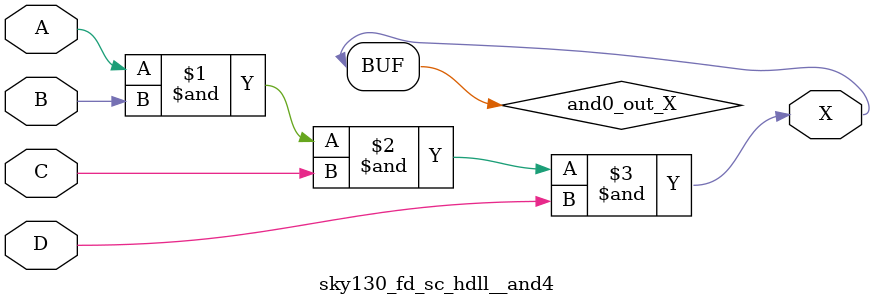
<source format=v>
/*
 * Copyright 2020 The SkyWater PDK Authors
 *
 * Licensed under the Apache License, Version 2.0 (the "License");
 * you may not use this file except in compliance with the License.
 * You may obtain a copy of the License at
 *
 *     https://www.apache.org/licenses/LICENSE-2.0
 *
 * Unless required by applicable law or agreed to in writing, software
 * distributed under the License is distributed on an "AS IS" BASIS,
 * WITHOUT WARRANTIES OR CONDITIONS OF ANY KIND, either express or implied.
 * See the License for the specific language governing permissions and
 * limitations under the License.
 *
 * SPDX-License-Identifier: Apache-2.0
*/


`ifndef SKY130_FD_SC_HDLL__AND4_FUNCTIONAL_V
`define SKY130_FD_SC_HDLL__AND4_FUNCTIONAL_V

/**
 * and4: 4-input AND.
 *
 * Verilog simulation functional model.
 */

`timescale 1ns / 1ps
`default_nettype none

`celldefine
module sky130_fd_sc_hdll__and4 (
    X,
    A,
    B,
    C,
    D
);

    // Module ports
    output X;
    input  A;
    input  B;
    input  C;
    input  D;

    // Local signals
    wire and0_out_X;

    //  Name  Output      Other arguments
    and and0 (and0_out_X, A, B, C, D     );
    buf buf0 (X         , and0_out_X     );

endmodule
`endcelldefine

`default_nettype wire
`endif  // SKY130_FD_SC_HDLL__AND4_FUNCTIONAL_V

</source>
